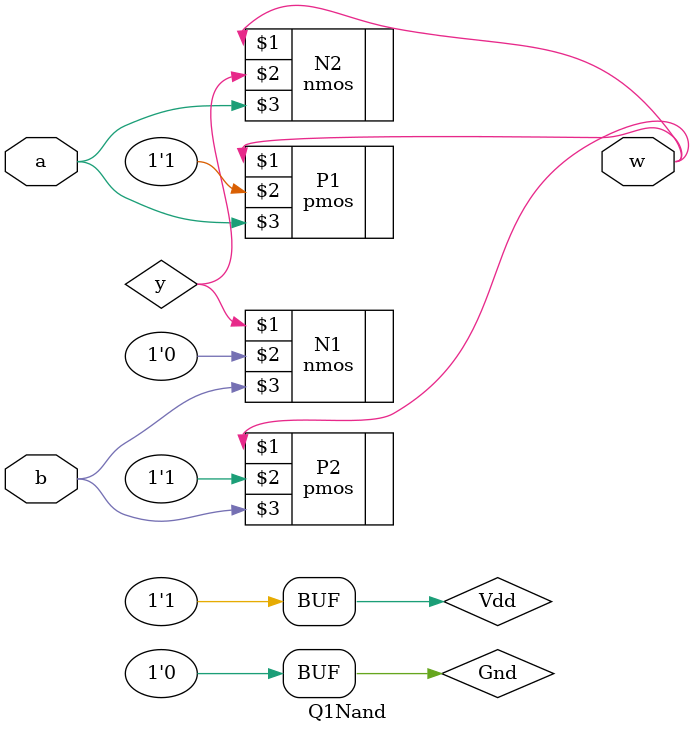
<source format=v>
`timescale 1ns/1ns
module Q1Nand(input a , b , output w);
	supply1 Vdd;
	supply0 Gnd;
	wire y;
	pmos #(5,6,7) P1(w,Vdd,a) , P2(w,Vdd,b);
	nmos #(3,4,5) N1(y,Gnd,b) , N2(w,y,a);
endmodule
</source>
